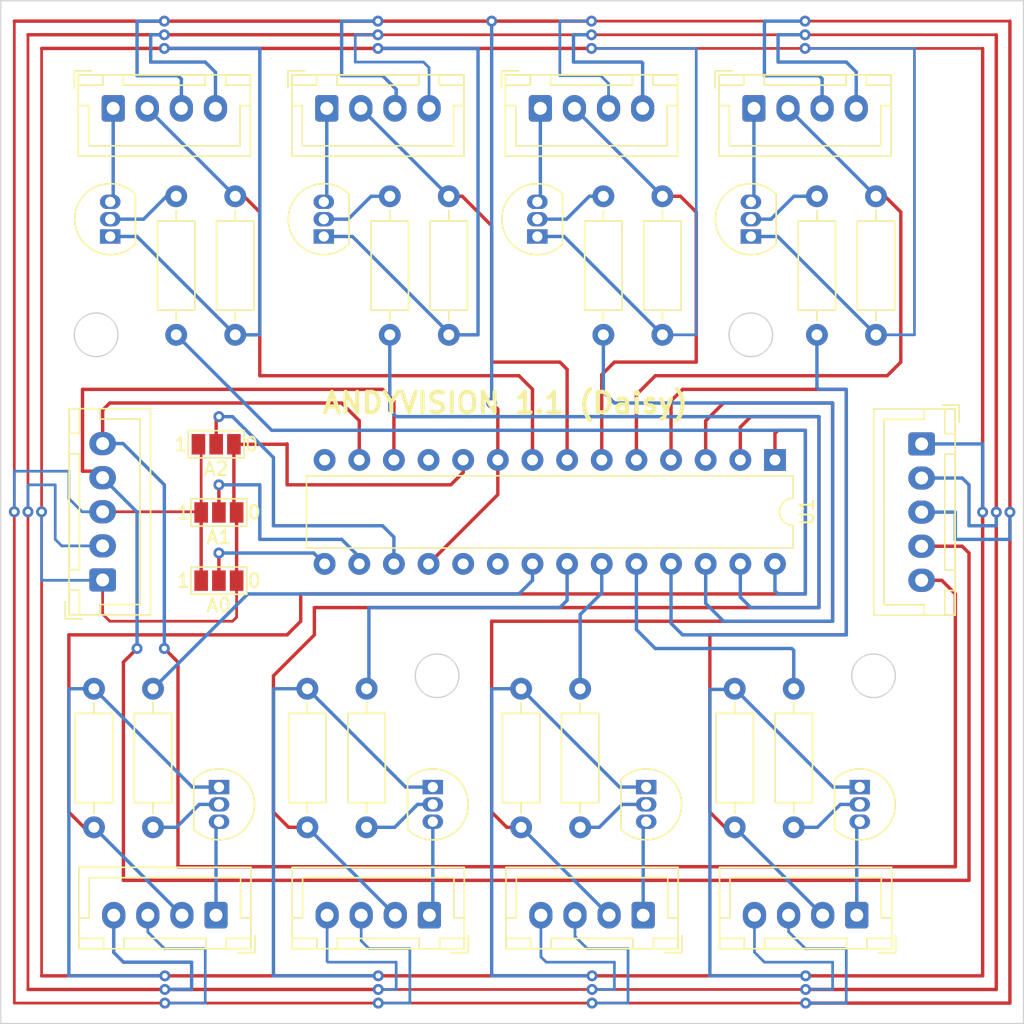
<source format=kicad_pcb>
(kicad_pcb (version 20211014) (generator pcbnew)
  (title_block (title "ANDYVISION Button Controller") (date "2023-01-16") (rev "1.0"))
  (layers (0 "F.Cu" signal) (31 "B.Cu" signal) (34 "B.Paste" user) (35 "F.Paste" user) (36 "B.SilkS" user "B.Silkscreen") (37 "F.SilkS" user "F.Silkscreen") (38 "B.Mask" user) (39 "F.Mask" user) (44 "Edge.Cuts" user))
  (net 0 "")
  (net 1 "GND")
  (net 2 "+5V")
  (net 3 "+12V")
  (net 4 "Net-(JP1-Pad2)")
  (net 5 "Net-(JP2-Pad2)")
  (net 6 "Net-(Q1-Pad2)")
  (net 7 "Net-(Q2-Pad2)")
  (net 8 "Net-(Q3-Pad2)")
  (net 9 "Net-(Q4-Pad2)")
  (net 10 "Net-(Q5-Pad2)")
  (net 11 "Net-(Q6-Pad2)")
  (net 12 "Net-(Q7-Pad2)")
  (net 13 "Net-(Q8-Pad2)")
  (net 18 "Net-(J3-Pad1)")
  (net 19 "Net-(J4-Pad1)")
  (net 20 "Net-(J5-Pad1)")
  (net 21 "Net-(J6-Pad1)")
  (net 22 "Net-(J7-Pad1)")
  (net 23 "Net-(J8-Pad1)")
  (net 24 "Net-(J9-Pad1)")
  (net 25 "Net-(J10-Pad1)")
  (net 26 "/daisy/SCL")
  (net 27 "/daisy/SDA")
  (net 28 "/daisy/JPB9/DIG IN")
  (net 29 "/daisy/JPB10/DIG IN")
  (net 30 "/daisy/JPB12/DIG IN")
  (net 31 "/daisy/JPB11/DIG IN")
  (net 32 "/daisy/JPB14/DIG IN")
  (net 33 "/daisy/JPB15/DIG IN")
  (net 34 "/daisy/JPB13/DIG IN")
  (net 35 "/daisy/JPB16/DIG IN")
  (net 36 "/daisy/JPB9/DIG OUT")
  (net 37 "/daisy/JPB10/DIG OUT")
  (net 38 "/daisy/JPB12/DIG OUT")
  (net 39 "/daisy/JPB11/DIG OUT")
  (net 40 "/daisy/JPB14/DIG OUT")
  (net 41 "/daisy/JPB15/DIG OUT")
  (net 42 "/daisy/JPB13/DIG OUT")
  (net 43 "/daisy/JPB16/DIG OUT")
  (net 44 "Net-(JP3-Pad2)")
  (footprint "Resistor_THT:R_Axial_DIN0207_L6.3mm_D2.5mm_P10.16mm_Horizontal" (layer "F.Cu") (at 150.49 117.11 90)
    (fp_text reference "R12" hide)
    (fp_text value "R" hide)
  )
  (footprint "Resistor_THT:R_Axial_DIN0207_L6.3mm_D2.5mm_P10.16mm_Horizontal" (layer "F.Cu") (at 119.17 117.11 90)
    (fp_text reference "R16" hide)
    (fp_text value "R" hide)
  )
  (footprint "Resistor_THT:R_Axial_DIN0207_L6.3mm_D2.5mm_P10.16mm_Horizontal" (layer "F.Cu") (at 152.19 70.84 -90)
    (fp_text reference "R6" hide)
    (fp_text value "R" hide)
  )
  (footprint "Resistor_THT:R_Axial_DIN0207_L6.3mm_D2.5mm_P10.16mm_Horizontal" (layer "F.Cu") (at 146.16 106.95 -90)
    (fp_text reference "R11" hide)
    (fp_text value "R" hide)
  )
  (footprint "Connector_JST:JST_XH_B5B-XH-A_1x05_P2.50mm_Vertical" (layer "F.Cu") (at 115.475 98.975 90)
    (fp_text reference "J2" hide)
    (fp_text value "Conn_01x05_Female" hide)
  )
  (footprint "Connector_JST:JST_XH_B4B-XH-A_1x04_P2.50mm_Vertical" (layer "F.Cu") (at 139.435 123.555 180)
    (fp_text reference "J9" hide)
    (fp_text value "Conn_01x04_Female" hide)
  )
  (footprint "Resistor_THT:R_Axial_DIN0207_L6.3mm_D2.5mm_P10.16mm_Horizontal" (layer "F.Cu") (at 130.485 106.95 -90)
    (fp_text reference "R13" hide)
    (fp_text value "R" hide)
  )
  (footprint "Package_TO_SOT_THT:TO-92_Inline" (layer "F.Cu") (at 163.01 73.79 90)
    (fp_text reference "Q4" hide)
    (fp_text value "PN2222A" hide)
  )
  (footprint "Jumper:SolderJumper-3_P1.3mm_Open_Pad1.0x1.5mm_NumberLabels" (layer "F.Cu") (at 124 99.025 180)
    (fp_text reference "A0")
    (fp_text value "Jumper_3" hide)
  )
  (footprint "Connector_JST:JST_XH_B4B-XH-A_1x04_P2.50mm_Vertical" (layer "F.Cu") (at 131.91 64.395)
    (fp_text reference "J4" hide)
    (fp_text value "Conn_01x04_Female" hide)
  )
  (footprint "Jumper:SolderJumper-3_P1.3mm_Open_Pad1.0x1.5mm_NumberLabels" (layer "F.Cu") (at 124 94.025 180)
    (fp_text reference "A1")
    (fp_text value "Jumper_3" hide)
  )
  (footprint "Resistor_THT:R_Axial_DIN0207_L6.3mm_D2.5mm_P10.16mm_Horizontal" (layer "F.Cu") (at 136.53 70.84 -90)
    (fp_text reference "R4" hide)
    (fp_text value "R" hide)
  )
  (footprint "Package_TO_SOT_THT:TO-92_Inline" (layer "F.Cu") (at 139.685 114.16 -90)
    (fp_text reference "Q7" hide)
    (fp_text value "PN2222A" hide)
  )
  (footprint "Resistor_THT:R_Axial_DIN0207_L6.3mm_D2.5mm_P10.16mm_Horizontal" (layer "F.Cu") (at 167.85 70.84 -90)
    (fp_text reference "R8" hide)
    (fp_text value "R" hide)
  )
  (footprint "Package_TO_SOT_THT:TO-92_Inline" (layer "F.Cu") (at 155.33 114.16 -90)
    (fp_text reference "Q6" hide)
    (fp_text value "PN2222A" hide)
  )
  (footprint "Resistor_THT:R_Axial_DIN0207_L6.3mm_D2.5mm_P10.16mm_Horizontal" (layer "F.Cu") (at 172.18 81 90)
    (fp_text reference "R7" hide)
    (fp_text value "R" hide)
  )
  (footprint "Package_TO_SOT_THT:TO-92_Inline" (layer "F.Cu") (at 147.35 73.79 90)
    (fp_text reference "Q3" hide)
    (fp_text value "PN2222A" hide)
  )
  (footprint "Package_TO_SOT_THT:TO-92_Inline" (layer "F.Cu") (at 170.99 114.16 -90)
    (fp_text reference "Q5" hide)
    (fp_text value "PN2222A" hide)
  )
  (footprint "Connector_JST:JST_XH_B4B-XH-A_1x04_P2.50mm_Vertical" (layer "F.Cu") (at 155.11 123.555 180)
    (fp_text reference "J8" hide)
    (fp_text value "Conn_01x04_Female" hide)
  )
  (footprint "Connector_JST:JST_XH_B4B-XH-A_1x04_P2.50mm_Vertical" (layer "F.Cu") (at 147.57 64.395)
    (fp_text reference "J5" hide)
    (fp_text value "Conn_01x04_Female" hide)
  )
  (footprint "Connector_JST:JST_XH_B4B-XH-A_1x04_P2.50mm_Vertical" (layer "F.Cu") (at 123.79 123.555 180)
    (fp_text reference "J10" hide)
    (fp_text value "Conn_01x04_Female" hide)
  )
  (footprint "Package_TO_SOT_THT:TO-92_Inline" (layer "F.Cu") (at 116.03 73.79 90)
    (fp_text reference "Q1" hide)
    (fp_text value "PN2222A" hide)
  )
  (footprint "Package_TO_SOT_THT:TO-92_Inline" (layer "F.Cu") (at 131.69 73.79 90)
    (fp_text reference "Q2" hide)
    (fp_text value "PN2222A" hide)
  )
  (footprint "Resistor_THT:R_Axial_DIN0207_L6.3mm_D2.5mm_P10.16mm_Horizontal" (layer "F.Cu") (at 161.82 106.95 -90)
    (fp_text reference "R9" hide)
    (fp_text value "R" hide)
  )
  (footprint "Package_DIP:DIP-28_W7.62mm" (layer "F.Cu") (at 164.7725 90.175 -90)
    (fp_text reference "U1")
    (fp_text value "MCP23017_SP")
  )
  (footprint "Resistor_THT:R_Axial_DIN0207_L6.3mm_D2.5mm_P10.16mm_Horizontal" (layer "F.Cu") (at 120.87 70.84 -90)
    (fp_text reference "R2" hide)
    (fp_text value "R" hide)
  )
  (footprint "Package_TO_SOT_THT:TO-92_Inline" (layer "F.Cu") (at 124.01 114.16 -90)
    (fp_text reference "Q8" hide)
    (fp_text value "PN2222A" hide)
  )
  (footprint "Resistor_THT:R_Axial_DIN0207_L6.3mm_D2.5mm_P10.16mm_Horizontal" (layer "F.Cu") (at 140.86 81 90)
    (fp_text reference "R3" hide)
    (fp_text value "R" hide)
  )
  (footprint "Resistor_THT:R_Axial_DIN0207_L6.3mm_D2.5mm_P10.16mm_Horizontal" (layer "F.Cu") (at 125.2 81 90)
    (fp_text reference "R1" hide)
    (fp_text value "R" hide)
  )
  (footprint "Connector_JST:JST_XH_B4B-XH-A_1x04_P2.50mm_Vertical" (layer "F.Cu") (at 163.23 64.395)
    (fp_text reference "J6" hide)
    (fp_text value "Conn_01x04_Female" hide)
  )
  (footprint "Resistor_THT:R_Axial_DIN0207_L6.3mm_D2.5mm_P10.16mm_Horizontal" (layer "F.Cu") (at 166.15 117.11 90)
    (fp_text reference "R10" hide)
    (fp_text value "R" hide)
  )
  (footprint "Connector_JST:JST_XH_B5B-XH-A_1x05_P2.50mm_Vertical" (layer "F.Cu") (at 175.525 89 -90)
    (fp_text reference "J1" hide)
    (fp_text value "Conn_01x05_Female" hide)
  )
  (footprint "Connector_JST:JST_XH_B4B-XH-A_1x04_P2.50mm_Vertical" (layer "F.Cu") (at 116.25 64.395)
    (fp_text reference "J3" hide)
    (fp_text value "Conn_01x04_Female" hide)
  )
  (footprint "Resistor_THT:R_Axial_DIN0207_L6.3mm_D2.5mm_P10.16mm_Horizontal" (layer "F.Cu") (at 114.84 106.95 -90)
    (fp_text reference "R15" hide)
    (fp_text value "R" hide)
  )
  (footprint "Jumper:SolderJumper-3_P1.3mm_Open_Pad1.0x1.5mm_NumberLabels" (layer "F.Cu") (at 123.8 89.025 180)
    (fp_text reference "A2")
    (fp_text value "Jumper_3" hide)
  )
  (footprint "Connector_JST:JST_XH_B4B-XH-A_1x04_P2.50mm_Vertical" (layer "F.Cu") (at 170.77 123.555 180)
    (fp_text reference "J7" hide)
    (fp_text value "Conn_01x04_Female" hide)
  )
  (footprint "Resistor_THT:R_Axial_DIN0207_L6.3mm_D2.5mm_P10.16mm_Horizontal" (layer "F.Cu") (at 156.52 81 90)
    (fp_text reference "R5" hide)
    (fp_text value "R" hide)
  )
  (footprint "Resistor_THT:R_Axial_DIN0207_L6.3mm_D2.5mm_P10.16mm_Horizontal" (layer "F.Cu") (at 134.83 117.11 90)
    (fp_text reference "R14" hide)
    (fp_text value "R" hide)
  )
  (gr_rect (start 183 131.5) (end 108 56.5) (layer "Edge.Cuts") (width 0.1) (fill none))
  (gr_circle (center 163 81) (end 164.6 81) (layer "Edge.Cuts") (width 0.1) (fill none))
  (gr_circle (center 172 106) (end 173.6 106) (layer "Edge.Cuts") (width 0.1) (fill none))
  (gr_circle (center 140 106) (end 141.6 106) (layer "Edge.Cuts") (width 0.1) (fill none))
  (gr_circle (center 115 81) (end 116.6 81) (layer "Edge.Cuts") (width 0.1) (fill none))
  (gr_text "ANDYVISION 1.1 (Daisy)" (at 145 86) (layer "F.SilkS") (effects (font (size 1.5 1.5) (thickness 0.3))))
  (segment (start 125.1 89.025) (end 128.975 89.025) (width 0.25) (layer "F.Cu") (net 1))
  (segment (start 125.1 89.025) (end 125.1 93.825) (width 0.25) (layer "F.Cu") (net 1))
  (segment (start 151.32 60) (end 166.98 60) (width 0.2) (layer "F.Cu") (net 1))
  (segment (start 180 94) (end 180 128) (width 0.25) (layer "F.Cu") (net 1))
  (segment (start 141 92) (end 141.9125 91.0875) (width 0.25) (layer "F.Cu") (net 1))
  (segment (start 151.36 128) (end 167.02 128) (width 0.25) (layer "F.Cu") (net 1))
  (segment (start 141.9125 91.0875) (end 141.9125 90.175) (width 0.25) (layer "F.Cu") (net 1))
  (segment (start 180 128) (end 167.02 128) (width 0.25) (layer "F.Cu") (net 1))
  (segment (start 129 92) (end 141 92) (width 0.25) (layer "F.Cu") (net 1))
  (segment (start 120.04 128) (end 111 128) (width 0.25) (layer "F.Cu") (net 1))
  (segment (start 125.1 93.825) (end 125.3 94.025) (width 0.25) (layer "F.Cu") (net 1))
  (segment (start 128.975 89.025) (end 129 89) (width 0.25) (layer "F.Cu") (net 1))
  (segment (start 125.3 101.7) (end 125.3 99.025) (width 0.2) (layer "F.Cu") (net 1))
  (segment (start 125.3 94.025) (end 125.3 99.025) (width 0.25) (layer "F.Cu") (net 1))
  (segment (start 120.04 128) (end 135.685 128) (width 0.25) (layer "F.Cu") (net 1))
  (segment (start 120 60) (end 135.66 60) (width 0.25) (layer "F.Cu") (net 1))
  (segment (start 125 102) (end 125.3 101.7) (width 0.2) (layer "F.Cu") (net 1))
  (segment (start 120 60) (end 111 60) (width 0.25) (layer "F.Cu") (net 1))
  (segment (start 115.475 98.975) (end 115.475 101.475) (width 0.2) (layer "F.Cu") (net 1))
  (segment (start 115.475 101.475) (end 116 102) (width 0.2) (layer "F.Cu") (net 1))
  (segment (start 111 60) (end 111 128) (width 0.2) (layer "F.Cu") (net 1))
  (segment (start 135.685 128) (end 151.36 128) (width 0.25) (layer "F.Cu") (net 1))
  (segment (start 180 94) (end 180 60) (width 0.25) (layer "F.Cu") (net 1))
  (segment (start 166.98 60) (end 180 60) (width 0.2) (layer "F.Cu") (net 1))
  (segment (start 129 89) (end 129 92) (width 0.25) (layer "F.Cu") (net 1))
  (segment (start 116 102) (end 125 102) (width 0.2) (layer "F.Cu") (net 1))
  (segment (start 135.66 60) (end 151.32 60) (width 0.25) (layer "F.Cu") (net 1))
  (via (at 166.98 60) (size 0.8) (drill 0.4) (layers "F.Cu" "B.Cu") (net 1))
  (via (at 180 94) (size 0.8) (drill 0.4) (layers "F.Cu" "B.Cu") (net 1))
  (via (at 135.66 60) (size 0.8) (drill 0.4) (layers "F.Cu" "B.Cu") (net 1))
  (via (at 111 93.975) (size 0.8) (drill 0.4) (layers "F.Cu" "B.Cu") (net 1))
  (via (at 151.32 60) (size 0.8) (drill 0.4) (layers "F.Cu" "B.Cu") (net 1))
  (via (at 120.04 128) (size 0.8) (drill 0.4) (layers "F.Cu" "B.Cu") (net 1))
  (via (at 167.02 128) (size 0.8) (drill 0.4) (layers "F.Cu" "B.Cu") (net 1))
  (via (at 120 60) (size 0.8) (drill 0.4) (layers "F.Cu" "B.Cu") (net 1))
  (via (at 151.36 128) (size 0.8) (drill 0.4) (layers "F.Cu" "B.Cu") (net 1))
  (via (at 135.685 128) (size 0.8) (drill 0.4) (layers "F.Cu" "B.Cu") (net 1))
  (segment (start 153.37 114.16) (end 146.16 106.95) (width 0.25) (layer "B.Cu") (net 1))
  (segment (start 137.695 114.16) (end 130.485 106.95) (width 0.25) (layer "B.Cu") (net 1))
  (segment (start 111 93.975) (end 111 99) (width 0.2) (layer "B.Cu") (net 1))
  (segment (start 159 81) (end 159 60) (width 0.2) (layer "B.Cu") (net 1))
  (segment (start 161.77 107) (end 160 107) (width 0.25) (layer "B.Cu") (net 1))
  (segment (start 172.18 81) (end 175 81) (width 0.2) (layer "B.Cu") (net 1))
  (segment (start 143 60) (end 135.66 60) (width 0.25) (layer "B.Cu") (net 1))
  (segment (start 131.69 73.79) (end 133.79 73.79) (width 0.25) (layer "B.Cu") (net 1))
  (segment (start 117.99 73.79) (end 125.2 81) (width 0.25) (layer "B.Cu") (net 1))
  (segment (start 122.05 114.16) (end 114.84 106.95) (width 0.25) (layer "B.Cu") (net 1))
  (segment (start 144.05 106.95) (end 144 107) (width 0.25) (layer "B.Cu") (net 1))
  (segment (start 140.86 80.86) (end 140.86 81) (width 0.25) (layer "B.Cu") (net 1))
  (segment (start 170.99 114.16) (end 169.03 114.16) (width 0.25) (layer "B.Cu") (net 1))
  (segment (start 133.79 73.79) (end 140.86 80.86) (width 0.25) (layer "B.Cu") (net 1))
  (segment (start 143 81) (end 143 60) (width 0.25) (layer "B.Cu") (net 1))
  (segment (start 164.97 73.79) (end 172.18 81) (width 0.25) (layer "B.Cu") (net 1))
  (segment (start 113 128) (end 120.04 128) (width 0.25) (layer "B.Cu") (net 1))
  (segment (start 128 107) (end 128 128) (width 0.25) (layer "B.Cu") (net 1))
  (segment (start 113.05 106.95) (end 113 107) (width 0.25) (layer "B.Cu") (net 1))
  (segment (start 146.16 106.95) (end 144.05 106.95) (width 0.25) (layer "B.Cu") (net 1))
  (segment (start 125.2 81) (end 127 81) (width 0.25) (layer "B.Cu") (net 1))
  (segment (start 139.685 114.16) (end 137.695 114.16) (width 0.25) (layer "B.Cu") (net 1))
  (segment (start 160 107) (end 160 128) (width 0.25) (layer "B.Cu") (net 1))
  (segment (start 163.01 73.79) (end 164.97 73.79) (width 0.25) (layer "B.Cu") (net 1))
  (segment (start 175.525 89) (end 180 89) (width 0.25) (layer "B.Cu") (net 1))
  (segment (start 175 60) (end 166.98 60) (width 0.2) (layer "B.Cu") (net 1))
  (segment (start 116.03 73.79) (end 117.99 73.79) (width 0.25) (layer "B.Cu") (net 1))
  (segment (start 155.33 114.16) (end 153.37 114.16) (width 0.25) (layer "B.Cu") (net 1))
  (segment (start 149.31 73.79) (end 156.52 81) (width 0.25) (layer "B.Cu") (net 1))
  (segment (start 128.05 106.95) (end 128 107) (width 0.25) (layer "B.Cu") (net 1))
  (segment (start 124.01 114.16) (end 122.05 114.16) (width 0.25) (layer "B.Cu") (net 1))
  (segment (start 115.45 99) (end 115.475 98.975) (width 0.2) (layer "B.Cu") (net 1))
  (segment (start 130.485 106.95) (end 128.05 106.95) (width 0.25) (layer "B.Cu") (net 1))
  (segment (start 147.35 73.79) (end 149.31 73.79) (width 0.25) (layer "B.Cu") (net 1))
  (segment (start 180 89) (end 180 94) (width 0.25) (layer "B.Cu") (net 1))
  (segment (start 156.52 81) (end 159 81) (width 0.2) (layer "B.Cu") (net 1))
  (segment (start 161.82 106.95) (end 161.77 107) (width 0.25) (layer "B.Cu") (net 1))
  (segment (start 113 107) (end 113 128) (width 0.25) (layer "B.Cu") (net 1))
  (segment (start 169.03 114.16) (end 161.82 106.95) (width 0.25) (layer "B.Cu") (net 1))
  (segment (start 111 99) (end 115.45 99) (width 0.2) (layer "B.Cu") (net 1))
  (segment (start 160 128) (end 167.02 128) (width 0.25) (layer "B.Cu") (net 1))
  (segment (start 127 60) (end 120 60) (width 0.25) (layer "B.Cu") (net 1))
  (segment (start 114.84 106.95) (end 113.05 106.95) (width 0.25) (layer "B.Cu") (net 1))
  (segment (start 127 81) (end 127 60) (width 0.25) (layer "B.Cu") (net 1))
  (segment (start 140.86 81) (end 143 81) (width 0.25) (layer "B.Cu") (net 1))
  (segment (start 159 60) (end 151.32 60) (width 0.2) (layer "B.Cu") (net 1))
  (segment (start 144 128) (end 151.36 128) (width 0.25) (layer "B.Cu") (net 1))
  (segment (start 128 128) (end 135.685 128) (width 0.25) (layer "B.Cu") (net 1))
  (segment (start 144 107) (end 144 128) (width 0.25) (layer "B.Cu") (net 1))
  (segment (start 175 81) (end 175 60) (width 0.2) (layer "B.Cu") (net 1))
  (segment (start 122.7 94.025) (end 122.7 89.225) (width 0.2) (layer "F.Cu") (net 2))
  (segment (start 144.4525 92.715) (end 139.3725 97.795) (width 0.25) (layer "F.Cu") (net 2))
  (segment (start 122.7 99.025) (end 122.7 94.025) (width 0.25) (layer "F.Cu") (net 2))
  (segment (start 144 58) (end 151.32 58) (width 0.25) (layer "F.Cu") (net 2))
  (segment (start 115.475 93.975) (end 122.65 93.975) (width 0.2) (layer "F.Cu") (net 2))
  (segment (start 120 58) (end 109 58) (width 0.25) (layer "F.Cu") (net 2))
  (segment (start 144.4525 86.4525) (end 144 86) (width 0.25) (layer "F.Cu") (net 2))
  (segment (start 151.36 130) (end 167.02 130) (width 0.2) (layer "F.Cu") (net 2))
  (segment (start 151.32 58) (end 166.98 58) (width 0.2) (layer "F.Cu") (net 2))
  (segment (start 135.685 130) (end 151.36 130) (width 0.2) (layer "F.Cu") (net 2))
  (segment (start 120.04 130) (end 109 130) (width 0.2) (layer "F.Cu") (net 2))
  (segment (start 120.04 130) (end 135.685 130) (width 0.2) (layer "F.Cu") (net 2))
  (segment (start 122.7 89.225) (end 122.5 89.025) (width 0.2) (layer "F.Cu") (net 2))
  (segment (start 122.65 93.975) (end 122.7 94.025) (width 0.2) (layer "F.Cu") (net 2))
  (segment (start 166.98 58) (end 182 58) (width 0.2) (layer "F.Cu") (net 2))
  (segment (start 135.66 58) (end 144 58) (width 0.25) (layer "F.Cu") (net 2))
  (segment (start 182 130) (end 167.02 130) (width 0.25) (layer "F.Cu") (net 2))
  (segment (start 109 58) (end 109 130) (width 0.2) (layer "F.Cu") (net 2))
  (segment (start 182 94) (end 182 58) (width 0.25) (layer "F.Cu") (net 2))
  (segment (start 120 58) (end 135.66 58) (width 0.25) (layer "F.Cu") (net 2))
  (segment (start 144.4525 90.175) (end 144.4525 86.4525) (width 0.25) (layer "F.Cu") (net 2))
  (segment (start 144.4525 90.175) (end 144.4525 92.715) (width 0.25) (layer "F.Cu") (net 2))
  (segment (start 182 94) (end 182 130) (width 0.25) (layer "F.Cu") (net 2))
  (via (at 109 93.975) (size 0.8) (drill 0.4) (layers "F.Cu" "B.Cu") (net 2))
  (via (at 166.98 58) (size 0.8) (drill 0.4) (layers "F.Cu" "B.Cu") (net 2))
  (via (at 135.685 130) (size 0.8) (drill 0.4) (layers "F.Cu" "B.Cu") (net 2))
  (via (at 135.66 58) (size 0.8) (drill 0.4) (layers "F.Cu" "B.Cu") (net 2))
  (via (at 120 58) (size 0.8) (drill 0.4) (layers "F.Cu" "B.Cu") (net 2))
  (via (at 182 94) (size 0.8) (drill 0.4) (layers "F.Cu" "B.Cu") (net 2))
  (via (at 120.04 130) (size 0.8) (drill 0.4) (layers "F.Cu" "B.Cu") (net 2))
  (via (at 151.32 58) (size 0.8) (drill 0.4) (layers "F.Cu" "B.Cu") (net 2))
  (via (at 167.02 130) (size 0.8) (drill 0.4) (layers "F.Cu" "B.Cu") (net 2))
  (via (at 151.36 130) (size 0.8) (drill 0.4) (layers "F.Cu" "B.Cu") (net 2))
  (via (at 144 86) (size 0.8) (drill 0.4) (layers "F.Cu" "B.Cu") (net 2))
  (via (at 144 58) (size 0.8) (drill 0.4) (layers "F.Cu" "B.Cu") (net 2))
  (segment (start 113 91) (end 113 93) (width 0.2) (layer "B.Cu") (net 2))
  (segment (start 178 96) (end 182 96) (width 0.25) (layer "B.Cu") (net 2))
  (segment (start 168.23 62.23) (end 168 62) (width 0.25) (layer "B.Cu") (net 2))
  (segment (start 133 58) (end 135.66 58) (width 0.25) (layer "B.Cu") (net 2))
  (segment (start 164 58) (end 166.98 58) (width 0.25) (layer "B.Cu") (net 2))
  (segment (start 135 126) (end 134.435 125.435) (width 0.2) (layer "B.Cu") (net 2))
  (segment (start 137 63) (end 137 64.305) (width 0.25) (layer "B.Cu") (net 2))
  (segment (start 120.04 130) (end 123 130) (width 0.2) (layer "B.Cu") (net 2))
  (segment (start 151 126) (end 150.11 125.11) (width 0.2) (layer "B.Cu") (net 2))
  (segment (start 121.25 64.395) (end 121.25 62.25) (width 0.25) (layer "B.Cu") (net 2))
  (segment (start 138 126) (end 135 126) (width 0.2) (layer "B.Cu") (net 2))
  (segment (start 154 126) (end 151 126) (width 0.2) (layer "B.Cu") (net 2))
  (segment (start 150.11 125.11) (end 150.11 123.555) (width 0.2) (layer "B.Cu") (net 2))
  (segment (start 137 64.305) (end 136.91 64.395) (width 0.25) (layer "B.Cu") (net 2))
  (segment (start 109 93.975) (end 109 91) (width 0.2) (layer "B.Cu") (net 2))
  (segment (start 133 62) (end 133 58) (width 0.25) (layer "B.Cu") (net 2))
  (segment (start 168 62) (end 164 62) (width 0.25) (layer "B.Cu") (net 2))
  (segment (start 118.79 124.79) (end 118.79 123.555) (width 0.2) (layer "B.Cu") (net 2))
  (segment (start 151.36 130) (end 154 130) (width 0.2) (layer "B.Cu") (net 2))
  (segment (start 167.02 130) (end 170 130) (width 0.2) (layer "B.Cu") (net 2))
  (segment (start 149 58) (end 151.32 58) (width 0.2) (layer "B.Cu") (net 2))
  (segment (start 123 130) (end 123 126) (width 0.2) (layer "B.Cu") (net 2))
  (segment (start 118 58) (end 120 58) (width 0.25) (layer "B.Cu") (net 2))
  (segment (start 152.57 62.57) (end 152 62) (width 0.2) (layer "B.Cu") (net 2))
  (segment (start 118 62) (end 118 58) (width 0.25) (layer "B.Cu") (net 2))
  (segment (start 138 130) (end 138 126) (width 0.2) (layer "B.Cu") (net 2))
  (segment (start 170 130) (end 170 126) (width 0.2) (layer "B.Cu") (net 2))
  (segment (start 154 130) (end 154 126) (width 0.2) (layer "B.Cu") (net 2))
  (segment (start 121 62) (end 118 62) (width 0.25) (layer "B.Cu") (net 2))
  (segment (start 149 62) (end 149 58) (width 0.2) (layer "B.Cu") (net 2))
  (segment (start 175.525 94) (end 178 94) (width 0.25) (layer "B.Cu") (net 2))
  (segment (start 120 126) (end 118.79 124.79) (width 0.2) (layer "B.Cu") (net 2))
  (segment (start 144 86) (end 144 58) (width 0.25) (layer "B.Cu") (net 2))
  (segment (start 135.685 130) (end 138 130) (width 0.2) (layer "B.Cu") (net 2))
  (segment (start 113 93) (end 113.975 93.975) (width 0.2) (layer "B.Cu") (net 2))
  (segment (start 134.435 125.435) (end 134.435 123.555) (width 0.2) (layer "B.Cu") (net 2))
  (segment (start 164 62) (end 164 58) (width 0.25) (layer "B.Cu") (net 2))
  (segment (start 113.975 93.975) (end 115.475 93.975) (width 0.2) (layer "B.Cu") (net 2))
  (segment (start 182 96) (end 182 94) (width 0.25) (layer "B.Cu") (net 2))
  (segment (start 167 126) (end 165.77 124.77) (width 0.2) (layer "B.Cu") (net 2))
  (segment (start 133 62) (end 136 62) (width 0.25) (layer "B.Cu") (net 2))
  (segment (start 178 94) (end 178 96) (width 0.25) (layer "B.Cu") (net 2))
  (segment (start 121.25 62.25) (end 121 62) (width 0.25) (layer "B.Cu") (net 2))
  (segment (start 152 62) (end 149 62) (width 0.2) (layer "B.Cu") (net 2))
  (segment (start 109 91) (end 113 91) (width 0.2) (layer "B.Cu") (net 2))
  (segment (start 165.77 124.77) (end 165.77 123.555) (width 0.2) (layer "B.Cu") (net 2))
  (segment (start 123 126) (end 120 126) (width 0.2) (layer "B.Cu") (net 2))
  (segment (start 136 62) (end 137 63) (width 0.25) (layer "B.Cu") (net 2))
  (segment (start 170 126) (end 167 126) (width 0.2) (layer "B.Cu") (net 2))
  (segment (start 168.23 64.395) (end 168.23 62.23) (width 0.25) (layer "B.Cu") (net 2))
  (segment (start 152.57 64.395) (end 152.57 62.57) (width 0.2) (layer "B.Cu") (net 2))
  (segment (start 120.04 129) (end 135.685 129) (width 0.25) (layer "F.Cu") (net 3))
  (segment (start 151.32 59) (end 166.98 59) (width 0.2) (layer "F.Cu") (net 3))
  (segment (start 110 129) (end 110 59) (width 0.2) (layer "F.Cu") (net 3))
  (segment (start 120 59) (end 110 59) (width 0.25) (layer "F.Cu") (net 3))
  (segment (start 135.66 59) (end 151.32 59) (width 0.2) (layer "F.Cu") (net 3))
  (segment (start 181 94) (end 181 129) (width 0.25) (layer "F.Cu") (net 3))
  (segment (start 151.36 129) (end 167.02 129) (width 0.2) (layer "F.Cu") (net 3))
  (segment (start 120.04 129) (end 110 129) (width 0.25) (layer "F.Cu") (net 3))
  (segment (start 120 59) (end 135.66 59) (width 0.25) (layer "F.Cu") (net 3))
  (segment (start 181 94) (end 181 59) (width 0.25) (layer "F.Cu") (net 3))
  (segment (start 181 129) (end 167.02 129) (width 0.25) (layer "F.Cu") (net 3))
  (segment (start 135.685 129) (end 151.36 129) (width 0.2) (layer "F.Cu") (net 3))
  (segment (start 166.98 59) (end 181 59) (width 0.2) (layer "F.Cu") (net 3))
  (via (at 135.66 59) (size 0.8) (drill 0.4) (layers "F.Cu" "B.Cu") (net 3))
  (via (at 167.02 129) (size 0.8) (drill 0.4) (layers "F.Cu" "B.Cu") (net 3))
  (via (at 181 94) (size 0.8) (drill 0.4) (layers "F.Cu" "B.Cu") (net 3))
  (via (at 151.32 59) (size 0.8) (drill 0.4) (layers "F.Cu" "B.Cu") (net 3))
  (via (at 120.04 129) (size 0.8) (drill 0.4) (layers "F.Cu" "B.Cu") (net 3))
  (via (at 110 93.975) (size 0.8) (drill 0.4) (layers "F.Cu" "B.Cu") (net 3))
  (via (at 151.36 129) (size 0.8) (drill 0.4) (layers "F.Cu" "B.Cu") (net 3))
  (via (at 135.685 129) (size 0.8) (drill 0.4) (layers "F.Cu" "B.Cu") (net 3))
  (via (at 120 59) (size 0.8) (drill 0.4) (layers "F.Cu" "B.Cu") (net 3))
  (via (at 166.98 59) (size 0.8) (drill 0.4) (layers "F.Cu" "B.Cu") (net 3))
  (segment (start 164 127) (end 163.27 126.27) (width 0.2) (layer "B.Cu") (net 3))
  (segment (start 170.73 64.395) (end 170.73 61.73) (width 0.25) (layer "B.Cu") (net 3))
  (segment (start 170.73 61.73) (end 170 61) (width 0.25) (layer "B.Cu") (net 3))
  (segment (start 131.935 126.935) (end 131.935 123.555) (width 0.2) (layer "B.Cu") (net 3))
  (segment (start 135.685 129) (end 137 129) (width 0.2) (layer "B.Cu") (net 3))
  (segment (start 110 93.975) (end 110 92) (width 0.2) (layer "B.Cu") (net 3))
  (segment (start 165 59) (end 166.98 59) (width 0.25) (layer "B.Cu") (net 3))
  (segment (start 155.07 64.395) (end 155.07 61.07) (width 0.25) (layer "B.Cu") (net 3))
  (segment (start 148 127) (end 147.61 126.61) (width 0.2) (layer "B.Cu") (net 3))
  (segment (start 155.07 61.07) (end 155 61) (width 0.25) (layer "B.Cu") (net 3))
  (segment (start 134 59) (end 134 61) (width 0.2) (layer "B.Cu") (net 3))
  (segment (start 153 129) (end 153 127) (width 0.2) (layer "B.Cu") (net 3))
  (segment (start 137 127) (end 132 127) (width 0.2) (layer "B.Cu") (net 3))
  (segment (start 150 61) (end 150 59) (width 0.25) (layer "B.Cu") (net 3))
  (segment (start 137 129) (end 137 127) (width 0.2) (layer "B.Cu") (net 3))
  (segment (start 150 59) (end 151.32 59) (width 0.25) (layer "B.Cu") (net 3))
  (segment (start 110 92) (end 112 92) (width 0.2) (layer "B.Cu") (net 3))
  (segment (start 163.27 126.27) (end 163.27 123.555) (width 0.2) (layer "B.Cu") (net 3))
  (segment (start 120.04 129) (end 122 129) (width 0.25) (layer "B.Cu") (net 3))
  (segment (start 123 61) (end 123.75 61.75) (width 0.25) (layer "B.Cu") (net 3))
  (segment (start 123.75 61.75) (end 123.75 64.395) (width 0.25) (layer "B.Cu") (net 3))
  (segment (start 122 127) (end 117 127) (width 0.25) (layer "B.Cu") (net 3))
  (segment (start 119 59) (end 120 59) (width 0.25) (layer "B.Cu") (net 3))
  (segment (start 165 61) (end 165 59) (width 0.25) (layer "B.Cu") (net 3))
  (segment (start 119 61) (end 123 61) (width 0.25) (layer "B.Cu") (net 3))
  (segment (start 112 92) (end 112 96) (width 0.2) (layer "B.Cu") (net 3))
  (segment (start 167.02 129) (end 169 129) (width 0.2) (layer "B.Cu") (net 3))
  (segment (start 170 61) (end 165 61) (width 0.25) (layer "B.Cu") (net 3))
  (segment (start 179 92) (end 179 95) (width 0.25) (layer "B.Cu") (net 3))
  (segment (start 169 129) (end 169 127) (width 0.2) (layer "B.Cu") (net 3))
  (segment (start 155 61) (end 150 61) (width 0.25) (layer "B.Cu") (net 3))
  (segment (start 147.61 126.61) (end 147.61 123.555) (width 0.2) (layer "B.Cu") (net 3))
  (segment (start 134 61) (end 139 61) (width 0.2) (layer "B.Cu") (net 3))
  (segment (start 153 127) (end 148 127) (width 0.2) (layer "B.Cu") (net 3))
  (segment (start 119 61) (end 119 59) (width 0.25) (layer "B.Cu") (net 3))
  (segment (start 139.41 61.41) (end 139.41 64.395) (width 0.2) (layer "B.Cu") (net 3))
  (segment (start 139 61) (end 139.41 61.41) (width 0.2) (layer "B.Cu") (net 3))
  (segment (start 122 129) (end 122 127) (width 0.25) (layer "B.Cu") (net 3))
  (segment (start 179 95) (end 181 95) (width 0.25) (layer "B.Cu") (net 3))
  (segment (start 112 96) (end 112.475 96.475) (width 0.2) (layer "B.Cu") (net 3))
  (segment (start 112.475 96.475) (end 115.475 96.475) (width 0.2) (layer "B.Cu") (net 3))
  (segment (start 132 127) (end 131.935 126.935) (width 0.2) (layer "B.Cu") (net 3))
  (segment (start 135.66 59) (end 134 59) (width 0.2) (layer "B.Cu") (net 3))
  (segment (start 116.29 126.29) (end 116.29 123.555) (width 0.25) (layer "B.Cu") (net 3))
  (segment (start 175.525 91.5) (end 178.5 91.5) (width 0.25) (layer "B.Cu") (net 3))
  (segment (start 117 127) (end 116.29 126.29) (width 0.25) (layer "B.Cu") (net 3))
  (segment (start 178.5 91.5) (end 179 92) (width 0.25) (layer "B.Cu") (net 3))
  (segment (start 151.36 129) (end 153 129) (width 0.2) (layer "B.Cu") (net 3))
  (segment (start 181 95) (end 181 94) (width 0.25) (layer "B.Cu") (net 3))
  (segment (start 169 127) (end 164 127) (width 0.2) (layer "B.Cu") (net 3))
  (segment (start 123.8 89.025) (end 123.8 87.2) (width 0.25) (layer "F.Cu") (net 4))
  (segment (start 123.8 87.2) (end 124 87) (width 0.25) (layer "F.Cu") (net 4))
  (via (at 124 87) (size 0.8) (drill 0.4) (layers "F.Cu" "B.Cu") (net 4))
  (segment (start 125 87) (end 128 90) (width 0.25) (layer "B.Cu") (net 4))
  (segment (start 124 87) (end 125 87) (width 0.25) (layer "B.Cu") (net 4))
  (segment (start 128 95) (end 136 95) (width 0.25) (layer "B.Cu") (net 4))
  (segment (start 136 95) (end 136.8325 95.8325) (width 0.25) (layer "B.Cu") (net 4))
  (segment (start 128 90) (end 128 95) (width 0.25) (layer "B.Cu") (net 4))
  (segment (start 136.8325 95.8325) (end 136.8325 97.795) (width 0.25) (layer "B.Cu") (net 4))
  (segment (start 124 94.025) (end 124 92) (width 0.25) (layer "F.Cu") (net 5))
  (via (at 124 92) (size 0.8) (drill 0.4) (layers "F.Cu" "B.Cu") (net 5))
  (segment (start 127 92) (end 127 96) (width 0.25) (layer "B.Cu") (net 5))
  (segment (start 127 96) (end 133 96) (width 0.25) (layer "B.Cu") (net 5))
  (segment (start 124 92) (end 127 92) (width 0.25) (layer "B.Cu") (net 5))
  (segment (start 134.2925 97.2925) (end 134.2925 97.795) (width 0.25) (layer "B.Cu") (net 5))
  (segment (start 133 96) (end 134.2925 97.2925) (width 0.25) (layer "B.Cu") (net 5))
  (segment (start 120.87 70.84) (end 120.16 70.84) (width 0.25) (layer "B.Cu") (net 6))
  (segment (start 118.48 72.52) (end 116.03 72.52) (width 0.25) (layer "B.Cu") (net 6))
  (segment (start 120.16 70.84) (end 118.48 72.52) (width 0.25) (layer "B.Cu") (net 6))
  (segment (start 136.53 70.84) (end 135.16 70.84) (width 0.25) (layer "B.Cu") (net 7))
  (segment (start 133.48 72.52) (end 131.69 72.52) (width 0.25) (layer "B.Cu") (net 7))
  (segment (start 135.16 70.84) (end 133.48 72.52) (width 0.25) (layer "B.Cu") (net 7))
  (segment (start 152.19 70.84) (end 151.16 70.84) (width 0.25) (layer "B.Cu") (net 8))
  (segment (start 151.16 70.84) (end 149.48 72.52) (width 0.25) (layer "B.Cu") (net 8))
  (segment (start 149.48 72.52) (end 147.35 72.52) (width 0.25) (layer "B.Cu") (net 8))
  (segment (start 166.16 70.84) (end 164.48 72.52) (width 0.25) (layer "B.Cu") (net 9))
  (segment (start 164.48 72.52) (end 163.01 72.52) (width 0.25) (layer "B.Cu") (net 9))
  (segment (start 167.85 70.84) (end 166.16 70.84) (width 0.25) (layer "B.Cu") (net 9))
  (segment (start 170.99 115.43) (end 169.57 115.43) (width 0.25) (layer "B.Cu") (net 10))
  (segment (start 167.89 117.11) (end 166.15 117.11) (width 0.25) (layer "B.Cu") (net 10))
  (segment (start 169.57 115.43) (end 167.89 117.11) (width 0.25) (layer "B.Cu") (net 10))
  (segment (start 155.33 115.43) (end 153.57 115.43) (width 0.25) (layer "B.Cu") (net 11))
  (segment (start 153.57 115.43) (end 151.89 117.11) (width 0.25) (layer "B.Cu") (net 11))
  (segment (start 151.89 117.11) (end 150.49 117.11) (width 0.25) (layer "B.Cu") (net 11))
  (segment (start 138.57 115.43) (end 136.89 117.11) (width 0.25) (layer "B.Cu") (net 12))
  (segment (start 139.685 115.43) (end 138.57 115.43) (width 0.25) (layer "B.Cu") (net 12))
  (segment (start 136.89 117.11) (end 134.83 117.11) (width 0.25) (layer "B.Cu") (net 12))
  (segment (start 120.89 117.11) (end 119.17 117.11) (width 0.25) (layer "B.Cu") (net 13))
  (segment (start 122.57 115.43) (end 120.89 117.11) (width 0.25) (layer "B.Cu") (net 13))
  (segment (start 124.01 115.43) (end 122.57 115.43) (width 0.25) (layer "B.Cu") (net 13))
  (segment (start 116.25 71.03) (end 116.03 71.25) (width 0.25) (layer "B.Cu") (net 18))
  (segment (start 116.25 64.395) (end 116.25 71.03) (width 0.25) (layer "B.Cu") (net 18))
  (segment (start 131.91 71.03) (end 131.69 71.25) (width 0.25) (layer "B.Cu") (net 19))
  (segment (start 131.91 64.395) (end 131.91 71.03) (width 0.25) (layer "B.Cu") (net 19))
  (segment (start 147.57 71.03) (end 147.35 71.25) (width 0.25) (layer "B.Cu") (net 20))
  (segment (start 147.57 64.395) (end 147.57 71.03) (width 0.25) (layer "B.Cu") (net 20))
  (segment (start 163.23 71.03) (end 163.01 71.25) (width 0.25) (layer "B.Cu") (net 21))
  (segment (start 163.23 64.395) (end 163.23 71.03) (width 0.25) (layer "B.Cu") (net 21))
  (segment (start 170.77 123.555) (end 170.77 116.92) (width 0.25) (layer "B.Cu") (net 22))
  (segment (start 170.77 116.92) (end 170.99 116.7) (width 0.25) (layer "B.Cu") (net 22))
  (segment (start 155.33 116.7) (end 155.11 116.92) (width 0.25) (layer "B.Cu") (net 23))
  (segment (start 155.11 116.92) (end 155.11 123.555) (width 0.25) (layer "B.Cu") (net 23))
  (segment (start 139.685 123.305) (end 139.685 116.7) (width 0.25) (layer "B.Cu") (net 24))
  (segment (start 139.435 123.555) (end 139.685 123.305) (width 0.25) (layer "B.Cu") (net 24))
  (segment (start 123.79 116.92) (end 124.01 116.7) (width 0.25) (layer "B.Cu") (net 25))
  (segment (start 123.79 123.555) (end 123.79 116.92) (width 0.25) (layer "B.Cu") (net 25))
  (segment (start 178.5 96.5) (end 175.525 96.5) (width 0.25) (layer "F.Cu") (net 26))
  (segment (start 136 85) (end 136.8325 85.8325) (width 0.25) (layer "F.Cu") (net 26))
  (segment (start 114 85) (end 136 85) (width 0.25) (layer "F.Cu") (net 26))
  (segment (start 117 105) (end 117 121) (width 0.25) (layer "F.Cu") (net 26))
  (segment (start 118 104) (end 117 105) (width 0.25) (layer "F.Cu") (net 26))
  (segment (start 136.8325 85.8325) (end 136.8325 90.175) (width 0.25) (layer "F.Cu") (net 26))
  (segment (start 114 91) (end 114 85) (width 0.25) (layer "F.Cu") (net 26))
  (segment (start 115 91) (end 114 91) (width 0.25) (layer "F.Cu") (net 26))
  (segment (start 117 121) (end 179 121) (width 0.25) (layer "F.Cu") (net 26))
  (segment (start 179 97) (end 178.5 96.5) (width 0.25) (layer "F.Cu") (net 26))
  (segment (start 115.475 91.475) (end 115 91) (width 0.25) (layer "F.Cu") (net 26))
  (segment (start 179 121) (end 179 97) (width 0.25) (layer "F.Cu") (net 26))
  (via (at 118 104) (size 0.8) (drill 0.4) (layers "F.Cu" "B.Cu") (net 26))
  (segment (start 118 94) (end 118 104) (width 0.25) (layer "B.Cu") (net 26))
  (segment (start 115.475 91.475) (end 118 94) (width 0.25) (layer "B.Cu") (net 26))
  (segment (start 178 100) (end 177 99) (width 0.25) (layer "F.Cu") (net 27))
  (segment (start 133 86) (end 134.2925 87.2925) (width 0.25) (layer "F.Cu") (net 27))
  (segment (start 177 99) (end 175.525 99) (width 0.25) (layer "F.Cu") (net 27))
  (segment (start 121 120) (end 178 120) (width 0.25) (layer "F.Cu") (net 27))
  (segment (start 115.475 88.975) (end 115.475 86.525) (width 0.25) (layer "F.Cu") (net 27))
  (segment (start 116 86) (end 133 86) (width 0.25) (layer "F.Cu") (net 27))
  (segment (start 178 120) (end 178 100) (width 0.25) (layer "F.Cu") (net 27))
  (segment (start 121 105) (end 121 120) (width 0.25) (layer "F.Cu") (net 27))
  (segment (start 120 104) (end 121 105) (width 0.25) (layer "F.Cu") (net 27))
  (segment (start 134.2925 87.2925) (end 134.2925 90.175) (width 0.25) (layer "F.Cu") (net 27))
  (segment (start 115.475 86.525) (end 116 86) (width 0.25) (layer "F.Cu") (net 27))
  (via (at 120 104) (size 0.8) (drill 0.4) (layers "F.Cu" "B.Cu") (net 27))
  (segment (start 119 91) (end 120 92) (width 0.25) (layer "B.Cu") (net 27))
  (segment (start 120 92) (end 120 104) (width 0.25) (layer "B.Cu") (net 27))
  (segment (start 116.975 88.975) (end 119 91) (width 0.25) (layer "B.Cu") (net 27))
  (segment (start 115.475 88.975) (end 116.975 88.975) (width 0.25) (layer "B.Cu") (net 27))
  (segment (start 125.2 70.84) (end 125.84 70.84) (width 0.25) (layer "F.Cu") (net 28))
  (segment (start 127 84) (end 146 84) (width 0.25) (layer "F.Cu") (net 28))
  (segment (start 146 84) (end 146.9925 84.9925) (width 0.25) (layer "F.Cu") (net 28))
  (segment (start 127 72) (end 127 84) (width 0.25) (layer "F.Cu") (net 28))
  (segment (start 146.9925 84.9925) (end 146.9925 90.175) (width 0.25) (layer "F.Cu") (net 28))
  (segment (start 125.84 70.84) (end 127 72) (width 0.25) (layer "F.Cu") (net 28))
  (segment (start 118.75 64.395) (end 118.755 64.395) (width 0.25) (layer "B.Cu") (net 28))
  (segment (start 118.755 64.395) (end 125.2 70.84) (width 0.25) (layer "B.Cu") (net 28))
  (segment (start 149.5325 83.5325) (end 149.5325 90.175) (width 0.25) (layer "F.Cu") (net 29))
  (segment (start 140.86 70.84) (end 141.84 70.84) (width 0.25) (layer "F.Cu") (net 29))
  (segment (start 144 73) (end 144 83) (width 0.25) (layer "F.Cu") (net 29))
  (segment (start 141.84 70.84) (end 144 73) (width 0.25) (layer "F.Cu") (net 29))
  (segment (start 144 83) (end 149 83) (width 0.25) (layer "F.Cu") (net 29))
  (segment (start 149 83) (end 149.5325 83.5325) (width 0.25) (layer "F.Cu") (net 29))
  (segment (start 134.415 64.395) (end 140.86 70.84) (width 0.25) (layer "B.Cu") (net 29))
  (segment (start 134.41 64.395) (end 134.415 64.395) (width 0.25) (layer "B.Cu") (net 29))
  (segment (start 156.52 70.84) (end 157.84 70.84) (width 0.25) (layer "F.Cu") (net 30))
  (segment (start 153 83) (end 152.0725 83.9275) (width 0.25) (layer "F.Cu") (net 30))
  (segment (start 157.84 70.84) (end 159 72) (width 0.25) (layer "F.Cu") (net 30))
  (segment (start 159 72) (end 159 83) (width 0.25) (layer "F.Cu") (net 30))
  (segment (start 159 83) (end 153 83) (width 0.25) (layer "F.Cu") (net 30))
  (segment (start 152.0725 83.9275) (end 152.0725 90.175) (width 0.25) (layer "F.Cu") (net 30))
  (segment (start 150.07 64.395) (end 156.515 70.84) (width 0.25) (layer "B.Cu") (net 30))
  (segment (start 156.515 70.84) (end 156.52 70.84) (width 0.25) (layer "B.Cu") (net 30))
  (segment (start 156 84) (end 154.6125 85.3875) (width 0.25) (layer "F.Cu") (net 31))
  (segment (start 174 83) (end 173 84) (width 0.25) (layer "F.Cu") (net 31))
  (segment (start 172.84 70.84) (end 174 72) (width 0.25) (layer "F.Cu") (net 31))
  (segment (start 173 84) (end 156 84) (width 0.25) (layer "F.Cu") (net 31))
  (segment (start 154.6125 85.3875) (end 154.6125 90.175) (width 0.25) (layer "F.Cu") (net 31))
  (segment (start 172.18 70.84) (end 172.84 70.84) (width 0.25) (layer "F.Cu") (net 31))
  (segment (start 174 72) (end 174 83) (width 0.25) (layer "F.Cu") (net 31))
  (segment (start 165.73 64.395) (end 165.735 64.395) (width 0.25) (layer "B.Cu") (net 31))
  (segment (start 165.735 64.395) (end 172.18 70.84) (width 0.25) (layer "B.Cu") (net 31))
  (segment (start 160 116) (end 160 103) (width 0.25) (layer "F.Cu") (net 32))
  (segment (start 160 103) (end 170 103) (width 0.25) (layer "F.Cu") (net 32))
  (segment (start 161.82 117.11) (end 161.11 117.11) (width 0.25) (layer "F.Cu") (net 32))
  (segment (start 170 103) (end 170 85) (width 0.25) (layer "F.Cu") (net 32))
  (segment (start 158 85) (end 157.1525 85.8475) (width 0.25) (layer "F.Cu") (net 32))
  (segment (start 161.11 117.11) (end 160 116) (width 0.25) (layer "F.Cu") (net 32))
  (segment (start 157.1525 85.8475) (end 157.1525 90.175) (width 0.25) (layer "F.Cu") (net 32))
  (segment (start 170 85) (end 158 85) (width 0.25) (layer "F.Cu") (net 32))
  (segment (start 168.27 123.555) (end 161.825 117.11) (width 0.25) (layer "B.Cu") (net 32))
  (segment (start 161.825 117.11) (end 161.82 117.11) (width 0.25) (layer "B.Cu") (net 32))
  (segment (start 144 116) (end 144 102) (width 0.25) (layer "F.Cu") (net 33))
  (segment (start 169 102) (end 169 86) (width 0.25) (layer "F.Cu") (net 33))
  (segment (start 145.11 117.11) (end 144 116) (width 0.25) (layer "F.Cu") (net 33))
  (segment (start 169 86) (end 161 86) (width 0.25) (layer "F.Cu") (net 33))
  (segment (start 159.6925 87.3075) (end 159.6925 90.175) (width 0.25) (layer "F.Cu") (net 33))
  (segment (start 146.16 117.11) (end 145.11 117.11) (width 0.25) (layer "F.Cu") (net 33))
  (segment (start 144 102) (end 169 102) (width 0.25) (layer "F.Cu") (net 33))
  (segment (start 161 86) (end 159.6925 87.3075) (width 0.25) (layer "F.Cu") (net 33))
  (segment (start 146.16 117.11) (end 146.165 117.11) (width 0.25) (layer "B.Cu") (net 33))
  (segment (start 146.165 117.11) (end 152.61 123.555) (width 0.25) (layer "B.Cu") (net 33))
  (segment (start 168 87) (end 163 87) (width 0.25) (layer "F.Cu") (net 34))
  (segment (start 168 101) (end 168 87) (width 0.25) (layer "F.Cu") (net 34))
  (segment (start 128 116) (end 128 106) (width 0.25) (layer "F.Cu") (net 34))
  (segment (start 130.485 117.11) (end 129.11 117.11) (width 0.25) (layer "F.Cu") (net 34))
  (segment (start 129.11 117.11) (end 128 116) (width 0.25) (layer "F.Cu") (net 34))
  (segment (start 162.2325 87.7675) (end 162.2325 90.175) (width 0.25) (layer "F.Cu") (net 34))
  (segment (start 128 106) (end 131 103) (width 0.25) (layer "F.Cu") (net 34))
  (segment (start 131 103) (end 131 101) (width 0.25) (layer "F.Cu") (net 34))
  (segment (start 163 87) (end 162.2325 87.7675) (width 0.25) (layer "F.Cu") (net 34))
  (segment (start 131 101) (end 168 101) (width 0.25) (layer "F.Cu") (net 34))
  (segment (start 136.93 123.555) (end 130.485 117.11) (width 0.25) (layer "B.Cu") (net 34))
  (segment (start 136.935 123.555) (end 136.93 123.555) (width 0.25) (layer "B.Cu") (net 34))
  (segment (start 167 88) (end 167 100) (width 0.25) (layer "F.Cu") (net 35))
  (segment (start 165 88) (end 167 88) (width 0.25) (layer "F.Cu") (net 35))
  (segment (start 167 100) (end 130 100) (width 0.25) (layer "F.Cu") (net 35))
  (segment (start 164.7725 88.2275) (end 165 88) (width 0.25) (layer "F.Cu") (net 35))
  (segment (start 113 103) (end 113 116) (width 0.25) (layer "F.Cu") (net 35))
  (segment (start 114.11 117.11) (end 114.84 117.11) (width 0.25) (layer "F.Cu") (net 35))
  (segment (start 164.7725 90.175) (end 164.7725 88.2275) (width 0.25) (layer "F.Cu") (net 35))
  (segment (start 130 102) (end 129 103) (width 0.25) (layer "F.Cu") (net 35))
  (segment (start 130 100) (end 130 102) (width 0.25) (layer "F.Cu") (net 35))
  (segment (start 129 103) (end 113 103) (width 0.25) (layer "F.Cu") (net 35))
  (segment (start 113 116) (end 114.11 117.11) (width 0.25) (layer "F.Cu") (net 35))
  (segment (start 121.29 123.555) (end 121.285 123.555) (width 0.25) (layer "B.Cu") (net 35))
  (segment (start 121.285 123.555) (end 114.84 117.11) (width 0.25) (layer "B.Cu") (net 35))
  (segment (start 165 100) (end 164.7725 99.7725) (width 0.25) (layer "B.Cu") (net 36))
  (segment (start 120.87 81) (end 127.87 88) (width 0.25) (layer "B.Cu") (net 36))
  (segment (start 167 100) (end 165 100) (width 0.25) (layer "B.Cu") (net 36))
  (segment (start 164.7725 99.7725) (end 164.7725 97.795) (width 0.25) (layer "B.Cu") (net 36))
  (segment (start 127.87 88) (end 167 88) (width 0.25) (layer "B.Cu") (net 36))
  (segment (start 167 88) (end 167 100) (width 0.25) (layer "B.Cu") (net 36))
  (segment (start 137 87) (end 168 87) (width 0.25) (layer "B.Cu") (net 37))
  (segment (start 136.53 86.53) (end 137 87) (width 0.25) (layer "B.Cu") (net 37))
  (segment (start 168 87) (end 168 101) (width 0.25) (layer "B.Cu") (net 37))
  (segment (start 162.2325 100.2325) (end 162.2325 97.795) (width 0.25) (layer "B.Cu") (net 37))
  (segment (start 136.53 81) (end 136.53 86.53) (width 0.25) (layer "B.Cu") (net 37))
  (segment (start 168 101) (end 163 101) (width 0.25) (layer "B.Cu") (net 37))
  (segment (start 163 101) (end 162.2325 100.2325) (width 0.25) (layer "B.Cu") (net 37))
  (segment (start 153 86) (end 169 86) (width 0.25) (layer "B.Cu") (net 38))
  (segment (start 161 102) (end 159.6925 100.6925) (width 0.25) (layer "B.Cu") (net 38))
  (segment (start 152.19 85.19) (end 153 86) (width 0.25) (layer "B.Cu") (net 38))
  (segment (start 159.6925 100.6925) (end 159.6925 97.795) (width 0.25) (layer "B.Cu") (net 38))
  (segment (start 169 86) (end 169 102) (width 0.25) (layer "B.Cu") (net 38))
  (segment (start 169 102) (end 161 102) (width 0.25) (layer "B.Cu") (net 38))
  (segment (start 152.19 81) (end 152.19 85.19) (width 0.25) (layer "B.Cu") (net 38))
  (segment (start 167.85 81) (end 167.85 84.85) (width 0.25) (layer "B.Cu") (net 39))
  (segment (start 158 103) (end 157.1525 102.1525) (width 0.25) (layer "B.Cu") (net 39))
  (segment (start 168 85) (end 170 85) (width 0.25) (layer "B.Cu") (net 39))
  (segment (start 170 85) (end 170 103) (width 0.25) (layer "B.Cu") (net 39))
  (segment (start 167.85 84.85) (end 168 85) (width 0.25) (layer "B.Cu") (net 39))
  (segment (start 170 103) (end 158 103) (width 0.25) (layer "B.Cu") (net 39))
  (segment (start 157.1525 102.1525) (end 157.1525 97.795) (width 0.25) (layer "B.Cu") (net 39))
  (segment (start 166.15 104.15) (end 166 104) (width 0.25) (layer "B.Cu") (net 40))
  (segment (start 154.6125 102.6125) (end 154.6125 97.795) (width 0.25) (layer "B.Cu") (net 40))
  (segment (start 166 104) (end 156 104) (width 0.25) (layer "B.Cu") (net 40))
  (segment (start 156 104) (end 154.6125 102.6125) (width 0.25) (layer "B.Cu") (net 40))
  (segment (start 166.15 106.95) (end 166.15 104.15) (width 0.25) (layer "B.Cu") (net 40))
  (segment (start 150.49 101.51) (end 152.0725 99.9275) (width 0.25) (layer "B.Cu") (net 41))
  (segment (start 150.49 106.95) (end 150.49 101.51) (width 0.25) (layer "B.Cu") (net 41))
  (segment (start 152.0725 99.9275) (end 152.0725 97.795) (width 0.25) (layer "B.Cu") (net 41))
  (segment (start 134.83 106.95) (end 135 106.78) (width 0.25) (layer "B.Cu") (net 42))
  (segment (start 135 101) (end 149 101) (width 0.25) (layer "B.Cu") (net 42))
  (segment (start 149 101) (end 149.5325 100.4675) (width 0.25) (layer "B.Cu") (net 42))
  (segment (start 149.5325 100.4675) (end 149.5325 97.795) (width 0.25) (layer "B.Cu") (net 42))
  (segment (start 135 106.78) (end 135 101) (width 0.25) (layer "B.Cu") (net 42))
  (segment (start 146.9925 99.0075) (end 146.9925 97.795) (width 0.25) (layer "B.Cu") (net 43))
  (segment (start 146 100) (end 146.9925 99.0075) (width 0.25) (layer "B.Cu") (net 43))
  (segment (start 126.12 100) (end 146 100) (width 0.25) (layer "B.Cu") (net 43))
  (segment (start 119.17 106.95) (end 126.12 100) (width 0.25) (layer "B.Cu") (net 43))
  (segment (start 124 99.025) (end 124 97) (width 0.25) (layer "F.Cu") (net 44))
  (via (at 124 97) (size 0.8) (drill 0.4) (layers "F.Cu" "B.Cu") (net 44))
  (segment (start 124 97) (end 130.9575 97) (width 0.25) (layer "B.Cu") (net 44))
  (segment (start 130.9575 97) (end 131.7525 97.795) (width 0.25) (layer "B.Cu") (net 44))
)
</source>
